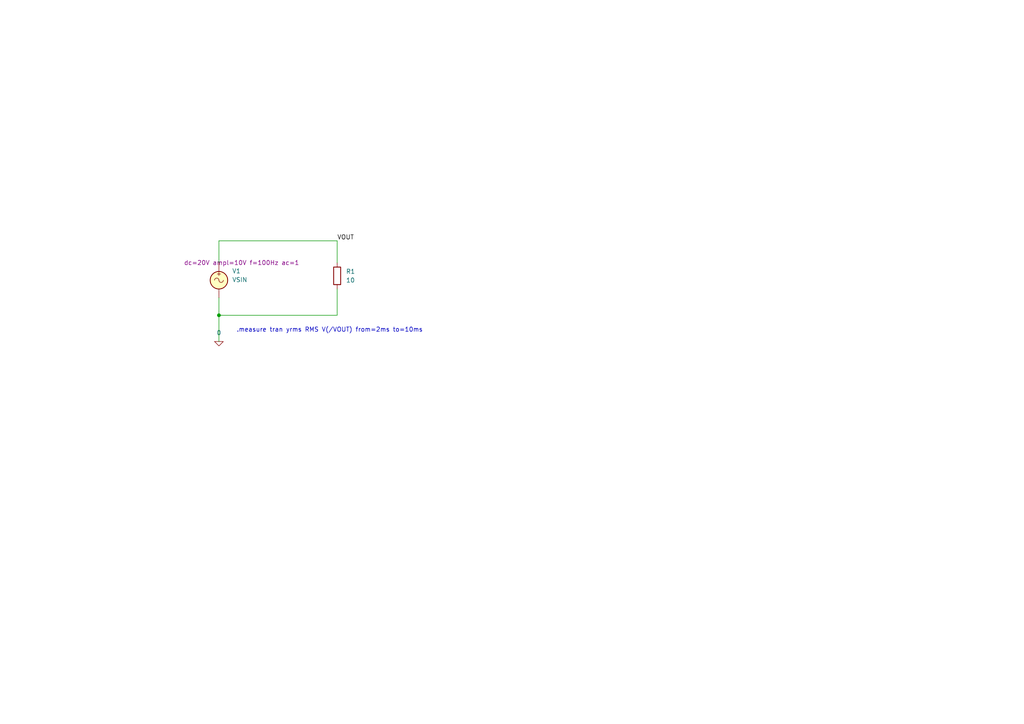
<source format=kicad_sch>
(kicad_sch (version 20230121) (generator eeschema)
  (paper "A4")
  (lib_symbols
    (symbol "Device:R" (pin_numbers hide) (pin_names (offset 0))
      (property "Reference" "R" (at 2.032 0 90))
      (property "Value" "R" (at 0 0 90))
      (symbol "R_0_1"
        (rectangle (start -1.016 -2.54) (end 1.016 2.54) (stroke (width 0.254)))
      )
      (symbol "R_1_1"
        (pin passive line (at 0 3.81 270) (length 1.27) (name "~") (number "1"))
        (pin passive line (at 0 -3.81 90) (length 1.27) (name "~") (number "2"))
      )
    )
    (symbol "Simulation_SPICE:0" (power) (pin_names (offset 0))
      (property "Value" "0" (at 0 -1.778 0))
      (symbol "0_0_1"
        (polyline (pts (xy -1.27 0) (xy 0 -1.27) (xy 1.27 0) (xy -1.27 0)))
      )
      (symbol "0_1_1"
        (pin power_in line (at 0 0 0) (length 0) hide (name "0") (number "1"))
      )
    )
    (symbol "Simulation_SPICE:VSIN" (pin_numbers hide) (pin_names (offset 0.0254))
      (property "Reference" "V" (at 2.54 2.54 0))
      (property "Value" "VSIN" (at 2.54 0 0))
      (property "Sim.Params" "dc=0 ampl=1 f=1k ac=1" (at 2.54 -2.54 0))
      (symbol "VSIN_0_0"
        (arc (start 0 0) (mid -0.635 0.6323) (end -1.27 0))
        (arc (start 0 0) (mid 0.635 -0.6323) (end 1.27 0))
        (text "+" (at 0 1.905 0) (effects (font (size 1.27 1.27))))
      )
      (symbol "VSIN_0_1"
        (circle (center 0 0) (radius 2.54) (stroke (width 0.254)) (fill (type background)))
      )
      (symbol "VSIN_1_1"
        (pin passive line (at 0 5.08 270) (length 2.54) (name "~") (number "1"))
        (pin passive line (at 0 -5.08 90) (length 2.54) (name "~") (number "2"))
      )
    )
  )
  (junction (at 63.5 91.44))
  (wire (pts (xy 63.5 69.85) (xy 97.79 69.85)))
  (wire (pts (xy 63.5 91.44) (xy 63.5 99.06)))
  (wire (pts (xy 63.5 76.2) (xy 63.5 69.85)))
  (wire (pts (xy 97.79 69.85) (xy 97.79 76.2)))
  (wire (pts (xy 97.79 91.44) (xy 63.5 91.44)))
  (wire (pts (xy 63.5 86.36) (xy 63.5 91.44)))
  (wire (pts (xy 97.79 83.82) (xy 97.79 91.44)))
  (text ".measure tran yrms RMS V(/VOUT) from=2ms to=10ms" (at 68.58 96.52 0) (effects (font (size 1.27 1.27)) (justify left bottom)))
  (label "VOUT" (at 97.79 69.85 0))
  (symbol (lib_id "Device:R") (at 97.79 80.01 0) (unit 1)
    (property "Reference" "R1" (at 100.33 78.74 0) (effects (justify left)))
    (property "Value" "10" (at 100.33 81.28 0) (effects (justify left)))
  )
  (symbol (lib_id "Simulation_SPICE:0") (at 63.5 99.06 0) (unit 1)
    (property "Reference" "#GND01" (effects hide))
    (property "Value" "0" (at 63.5 96.52 0))
  )
  (symbol (lib_id "Simulation_SPICE:VSIN") (at 63.5 81.28 0) (unit 1)
    (property "Reference" "V1" (at 67.31 78.6102 0) (effects (justify left)))
    (property "Value" "VSIN" (at 67.31 81.1502 0) (effects (justify left)))
    (property "Sim.Pins" "1=+ 2=-" (effects hide))
    (property "Sim.Params" "dc=20V ampl=10V f=100Hz ac=1" (at 53.34 76.2 0) (effects (justify left)))
    (property "Sim.Type" "SIN" (effects hide))
    (property "Sim.Device" "V" (effects hide))
  )
)
</source>
